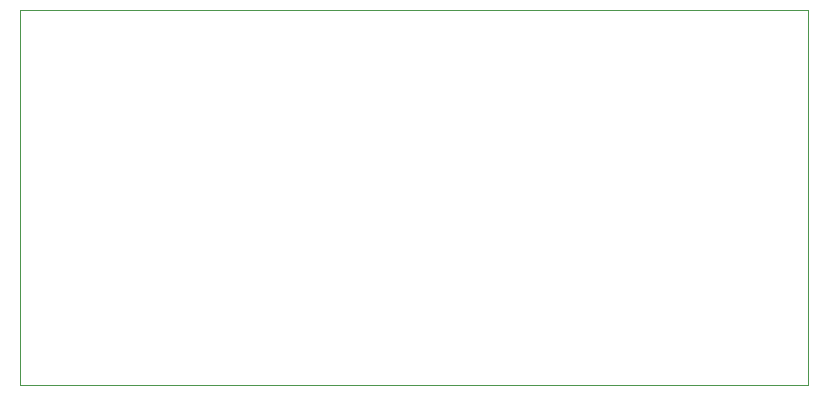
<source format=gm1>
G04 #@! TF.GenerationSoftware,KiCad,Pcbnew,7.0.10*
G04 #@! TF.CreationDate,2024-02-24T17:00:32-05:00*
G04 #@! TF.ProjectId,main_buck_board,6d61696e-5f62-4756-936b-5f626f617264,rev?*
G04 #@! TF.SameCoordinates,Original*
G04 #@! TF.FileFunction,Profile,NP*
%FSLAX46Y46*%
G04 Gerber Fmt 4.6, Leading zero omitted, Abs format (unit mm)*
G04 Created by KiCad (PCBNEW 7.0.10) date 2024-02-24 17:00:32*
%MOMM*%
%LPD*%
G01*
G04 APERTURE LIST*
G04 #@! TA.AperFunction,Profile*
%ADD10C,0.100000*%
G04 #@! TD*
G04 APERTURE END LIST*
D10*
X143392500Y-93980000D02*
X210067500Y-93980000D01*
X210067500Y-125730000D01*
X143392500Y-125730000D01*
X143392500Y-93980000D01*
M02*

</source>
